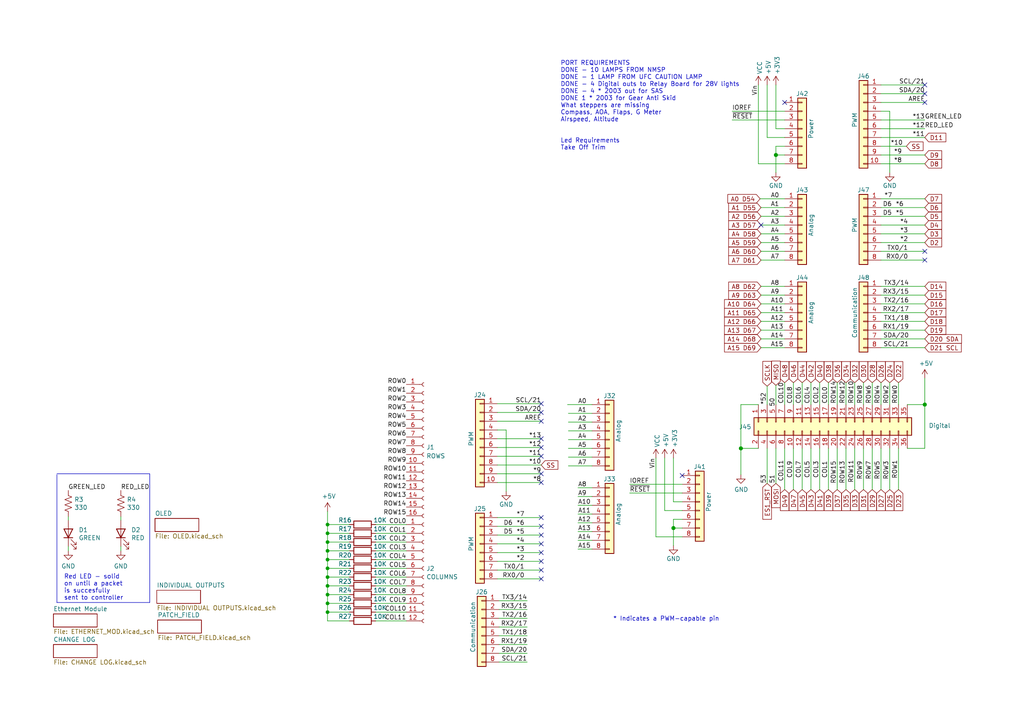
<source format=kicad_sch>
(kicad_sch (version 20231120) (generator "eeschema") (generator_version "8.0")
  (paper "A4")
  (title_block (date "mar. 31 mars 2015"))
  (lib_symbols
    (symbol "Connector:Conn_01x12_Socket" (pin_names (offset 1.016) hide)
      (property "Reference" "J" (at 0 15.24 0))
      (property "Value" "Conn_01x12_Socket" (at 0 -17.78 0))
      (symbol "Conn_01x12_Socket_1_1"
        (pin passive line (at -5.08 12.7 0) (length 3.81) (name "Pin_1") (number "1"))
        (pin passive line (at -5.08 -10.16 0) (length 3.81) (name "Pin_10") (number "10"))
        (pin passive line (at -5.08 -12.7 0) (length 3.81) (name "Pin_11") (number "11"))
        (pin passive line (at -5.08 -15.24 0) (length 3.81) (name "Pin_12") (number "12"))
        (pin passive line (at -5.08 10.16 0) (length 3.81) (name "Pin_2") (number "2"))
        (pin passive line (at -5.08 7.62 0) (length 3.81) (name "Pin_3") (number "3"))
        (pin passive line (at -5.08 5.08 0) (length 3.81) (name "Pin_4") (number "4"))
        (pin passive line (at -5.08 2.54 0) (length 3.81) (name "Pin_5") (number "5"))
        (pin passive line (at -5.08 0 0) (length 3.81) (name "Pin_6") (number "6"))
        (pin passive line (at -5.08 -2.54 0) (length 3.81) (name "Pin_7") (number "7"))
        (pin passive line (at -5.08 -5.08 0) (length 3.81) (name "Pin_8") (number "8"))
        (pin passive line (at -5.08 -7.62 0) (length 3.81) (name "Pin_9") (number "9"))
      )
    )
    (symbol "Connector:Conn_01x16_Female" (pin_names (offset 1.016) hide)
      (property "Reference" "J" (at 0 20.32 0))
      (property "Value" "Conn_01x16_Female" (at 0 -22.86 0))
      (symbol "Conn_01x16_Female_1_1"
        (pin passive line (at -5.08 17.78 0) (length 3.81) (name "Pin_1") (number "1"))
        (pin passive line (at -5.08 -5.08 0) (length 3.81) (name "Pin_10") (number "10"))
        (pin passive line (at -5.08 -7.62 0) (length 3.81) (name "Pin_11") (number "11"))
        (pin passive line (at -5.08 -10.16 0) (length 3.81) (name "Pin_12") (number "12"))
        (pin passive line (at -5.08 -12.7 0) (length 3.81) (name "Pin_13") (number "13"))
        (pin passive line (at -5.08 -15.24 0) (length 3.81) (name "Pin_14") (number "14"))
        (pin passive line (at -5.08 -17.78 0) (length 3.81) (name "Pin_15") (number "15"))
        (pin passive line (at -5.08 -20.32 0) (length 3.81) (name "Pin_16") (number "16"))
        (pin passive line (at -5.08 15.24 0) (length 3.81) (name "Pin_2") (number "2"))
        (pin passive line (at -5.08 12.7 0) (length 3.81) (name "Pin_3") (number "3"))
        (pin passive line (at -5.08 10.16 0) (length 3.81) (name "Pin_4") (number "4"))
        (pin passive line (at -5.08 7.62 0) (length 3.81) (name "Pin_5") (number "5"))
        (pin passive line (at -5.08 5.08 0) (length 3.81) (name "Pin_6") (number "6"))
        (pin passive line (at -5.08 2.54 0) (length 3.81) (name "Pin_7") (number "7"))
        (pin passive line (at -5.08 0 0) (length 3.81) (name "Pin_8") (number "8"))
        (pin passive line (at -5.08 -2.54 0) (length 3.81) (name "Pin_9") (number "9"))
      )
    )
    (symbol "Connector_Generic:Conn_01x08" (pin_names (offset 1.016) hide)
      (property "Reference" "J" (at 0 10.16 0))
      (property "Value" "Conn_01x08" (at 0 -12.7 0))
      (symbol "Conn_01x08_1_1"
        (pin passive line (at -5.08 7.62 0) (length 3.81) (name "Pin_1") (number "1"))
        (pin passive line (at -5.08 5.08 0) (length 3.81) (name "Pin_2") (number "2"))
        (pin passive line (at -5.08 2.54 0) (length 3.81) (name "Pin_3") (number "3"))
        (pin passive line (at -5.08 0 0) (length 3.81) (name "Pin_4") (number "4"))
        (pin passive line (at -5.08 -2.54 0) (length 3.81) (name "Pin_5") (number "5"))
        (pin passive line (at -5.08 -5.08 0) (length 3.81) (name "Pin_6") (number "6"))
        (pin passive line (at -5.08 -7.62 0) (length 3.81) (name "Pin_7") (number "7"))
        (pin passive line (at -5.08 -10.16 0) (length 3.81) (name "Pin_8") (number "8"))
      )
    )
    (symbol "Connector_Generic:Conn_01x10" (pin_names (offset 1.016) hide)
      (property "Reference" "J" (at 0 12.7 0))
      (property "Value" "Conn_01x10" (at 0 -15.24 0))
      (symbol "Conn_01x10_1_1"
        (pin passive line (at -5.08 10.16 0) (length 3.81) (name "Pin_1") (number "1"))
        (pin passive line (at -5.08 -12.7 0) (length 3.81) (name "Pin_10") (number "10"))
        (pin passive line (at -5.08 7.62 0) (length 3.81) (name "Pin_2") (number "2"))
        (pin passive line (at -5.08 5.08 0) (length 3.81) (name "Pin_3") (number "3"))
        (pin passive line (at -5.08 2.54 0) (length 3.81) (name "Pin_4") (number "4"))
        (pin passive line (at -5.08 0 0) (length 3.81) (name "Pin_5") (number "5"))
        (pin passive line (at -5.08 -2.54 0) (length 3.81) (name "Pin_6") (number "6"))
        (pin passive line (at -5.08 -5.08 0) (length 3.81) (name "Pin_7") (number "7"))
        (pin passive line (at -5.08 -7.62 0) (length 3.81) (name "Pin_8") (number "8"))
        (pin passive line (at -5.08 -10.16 0) (length 3.81) (name "Pin_9") (number "9"))
      )
    )
    (symbol "Connector_Generic:Conn_02x18_Odd_Even" (pin_names (offset 1.016) hide)
      (property "Reference" "J" (at 1.27 22.86 0))
      (property "Value" "Conn_02x18_Odd_Even" (at 1.27 -25.4 0))
      (symbol "Conn_02x18_Odd_Even_1_1"
        (pin passive line (at -5.08 20.32 0) (length 3.81) (name "Pin_1") (number "1"))
        (pin passive line (at 7.62 10.16 180) (length 3.81) (name "Pin_10") (number "10"))
        (pin passive line (at -5.08 7.62 0) (length 3.81) (name "Pin_11") (number "11"))
        (pin passive line (at 7.62 7.62 180) (length 3.81) (name "Pin_12") (number "12"))
        (pin passive line (at -5.08 5.08 0) (length 3.81) (name "Pin_13") (number "13"))
        (pin passive line (at 7.62 5.08 180) (length 3.81) (name "Pin_14") (number "14"))
        (pin passive line (at -5.08 2.54 0) (length 3.81) (name "Pin_15") (number "15"))
        (pin passive line (at 7.62 2.54 180) (length 3.81) (name "Pin_16") (number "16"))
        (pin passive line (at -5.08 0 0) (length 3.81) (name "Pin_17") (number "17"))
        (pin passive line (at 7.62 0 180) (length 3.81) (name "Pin_18") (number "18"))
        (pin passive line (at -5.08 -2.54 0) (length 3.81) (name "Pin_19") (number "19"))
        (pin passive line (at 7.62 20.32 180) (length 3.81) (name "Pin_2") (number "2"))
        (pin passive line (at 7.62 -2.54 180) (length 3.81) (name "Pin_20") (number "20"))
        (pin passive line (at -5.08 -5.08 0) (length 3.81) (name "Pin_21") (number "21"))
        (pin passive line (at 7.62 -5.08 180) (length 3.81) (name "Pin_22") (number "22"))
        (pin passive line (at -5.08 -7.62 0) (length 3.81) (name "Pin_23") (number "23"))
        (pin passive line (at 7.62 -7.62 180) (length 3.81) (name "Pin_24") (number "24"))
        (pin passive line (at -5.08 -10.16 0) (length 3.81) (name "Pin_25") (number "25"))
        (pin passive line (at 7.62 -10.16 180) (length 3.81) (name "Pin_26") (number "26"))
        (pin passive line (at -5.08 -12.7 0) (length 3.81) (name "Pin_27") (number "27"))
        (pin passive line (at 7.62 -12.7 180) (length 3.81) (name "Pin_28") (number "28"))
        (pin passive line (at -5.08 -15.24 0) (length 3.81) (name "Pin_29") (number "29"))
        (pin passive line (at -5.08 17.78 0) (length 3.81) (name "Pin_3") (number "3"))
        (pin passive line (at 7.62 -15.24 180) (length 3.81) (name "Pin_30") (number "30"))
        (pin passive line (at -5.08 -17.78 0) (length 3.81) (name "Pin_31") (number "31"))
        (pin passive line (at 7.62 -17.78 180) (length 3.81) (name "Pin_32") (number "32"))
        (pin passive line (at -5.08 -20.32 0) (length 3.81) (name "Pin_33") (number "33"))
        (pin passive line (at 7.62 -20.32 180) (length 3.81) (name "Pin_34") (number "34"))
        (pin passive line (at -5.08 -22.86 0) (length 3.81) (name "Pin_35") (number "35"))
        (pin passive line (at 7.62 -22.86 180) (length 3.81) (name "Pin_36") (number "36"))
        (pin passive line (at 7.62 17.78 180) (length 3.81) (name "Pin_4") (number "4"))
        (pin passive line (at -5.08 15.24 0) (length 3.81) (name "Pin_5") (number "5"))
        (pin passive line (at 7.62 15.24 180) (length 3.81) (name "Pin_6") (number "6"))
        (pin passive line (at -5.08 12.7 0) (length 3.81) (name "Pin_7") (number "7"))
        (pin passive line (at 7.62 12.7 180) (length 3.81) (name "Pin_8") (number "8"))
        (pin passive line (at -5.08 10.16 0) (length 3.81) (name "Pin_9") (number "9"))
      )
    )
    (symbol "Device:LED" (pin_numbers hide) (pin_names (offset 1.016) hide)
      (property "Reference" "D" (at 0 2.54 0))
      (property "Value" "LED" (at 0 -2.54 0))
      (symbol "LED_1_1"
        (pin passive line (at -3.81 0 0) (length 2.54) (name "K") (number "1"))
        (pin passive line (at 3.81 0 180) (length 2.54) (name "A") (number "2"))
      )
    )
    (symbol "Device:R" (pin_numbers hide) (pin_names (offset 0))
      (property "Reference" "R" (at 2.032 0 90))
      (property "Value" "R" (at 0 0 90))
      (symbol "R_1_1"
        (pin passive line (at 0 3.81 270) (length 1.27) (name "~") (number "1"))
        (pin passive line (at 0 -3.81 90) (length 1.27) (name "~") (number "2"))
      )
    )
    (symbol "Device:R_US" (pin_numbers hide) (pin_names (offset 0))
      (property "Reference" "R" (at 2.54 0 90))
      (property "Value" "R_US" (at -2.54 0 90))
      (symbol "R_US_1_1"
        (pin passive line (at 0 3.81 270) (length 1.27) (name "~") (number "1"))
        (pin passive line (at 0 -3.81 90) (length 1.27) (name "~") (number "2"))
      )
    )
    (symbol "power:+3V3" (power) (pin_names (offset 0))
      (property "Value" "+3V3" (at 0 3.556 0))
      (symbol "+3V3_1_1"
        (pin power_in line (at 0 0 90) (length 0) hide (name "+3V3") (number "1"))
      )
    )
    (symbol "power:+5V" (power) (pin_names (offset 0))
      (property "Value" "+5V" (at 0 3.556 0))
      (symbol "+5V_1_1"
        (pin power_in line (at 0 0 90) (length 0) hide (name "+5V") (number "1"))
      )
    )
    (symbol "power:GND" (power) (pin_names (offset 0))
      (property "Value" "GND" (at 0 -3.81 0))
      (symbol "GND_1_1"
        (pin power_in line (at 0 0 270) (length 0) hide (name "GND") (number "1"))
      )
    )
    (symbol "power:VCC" (power) (pin_names (offset 0))
      (property "Value" "VCC" (at 0 3.81 0))
      (symbol "VCC_1_1"
        (pin power_in line (at 0 0 90) (length 0) hide (name "VCC") (number "1"))
      )
    )
  )
  (junction (at 94.996 164.846))
  (junction (at 94.996 157.226))
  (junction (at 94.996 172.466))
  (junction (at 214.884 130.048) (diameter 1.016))
  (junction (at 225.044 44.958) (diameter 1.016))
  (junction (at 94.996 167.386))
  (junction (at 94.996 177.546))
  (junction (at 94.996 152.146))
  (junction (at 94.996 159.766))
  (junction (at 94.996 154.686))
  (junction (at 94.996 169.926))
  (junction (at 94.996 175.006))
  (junction (at 94.996 162.306))
  (junction (at 195.326 153.162) (diameter 1.016))
  (junction (at 268.224 117.348) (diameter 1.016))
  (no_connect (at 156.972 167.894))
  (no_connect (at 156.972 162.814))
  (no_connect (at 156.972 117.094))
  (no_connect (at 156.972 165.354))
  (no_connect (at 156.972 129.794))
  (no_connect (at 156.972 122.174))
  (no_connect (at 156.972 132.334))
  (no_connect (at 156.972 139.954))
  (no_connect (at 156.972 152.654))
  (no_connect (at 156.972 119.634))
  (no_connect (at 156.972 137.414))
  (no_connect (at 156.972 150.114))
  (no_connect (at 197.866 137.922))
  (no_connect (at 156.972 160.274))
  (no_connect (at 220.726 65.278))
  (no_connect (at 156.972 155.194))
  (no_connect (at 156.972 127.254))
  (no_connect (at 227.584 29.718))
  (no_connect (at 268.224 29.718))
  (no_connect (at 268.224 27.178))
  (no_connect (at 268.224 24.638))
  (no_connect (at 268.224 72.898))
  (no_connect (at 268.224 75.438))
  (no_connect (at 156.972 157.734))
  (wire (pts (xy 108.966 175.006) (xy 117.856 175.006)))
  (wire (pts (xy 255.524 75.438) (xy 268.224 75.438)))
  (wire (pts (xy 255.524 42.418) (xy 262.89 42.418)))
  (wire (pts (xy 220.472 57.658) (xy 227.584 57.658)))
  (polyline (pts (xy 43.434 174.752) (xy 43.434 137.414)))
  (wire (pts (xy 94.996 175.006) (xy 94.996 177.546)))
  (wire (pts (xy 144.272 167.894) (xy 156.972 167.894)))
  (wire (pts (xy 101.346 169.926) (xy 94.996 169.926)))
  (wire (pts (xy 220.726 62.738) (xy 227.584 62.738)))
  (wire (pts (xy 190.246 155.702) (xy 190.246 132.842)))
  (wire (pts (xy 237.744 110.998) (xy 237.744 117.348)))
  (wire (pts (xy 220.726 83.058) (xy 227.584 83.058)))
  (wire (pts (xy 255.524 24.638) (xy 268.224 24.638)))
  (polyline (pts (xy 16.51 137.414) (xy 43.434 137.414)))
  (wire (pts (xy 220.726 100.838) (xy 227.584 100.838)))
  (wire (pts (xy 146.812 124.714) (xy 146.812 142.494)))
  (wire (pts (xy 144.272 160.274) (xy 156.972 160.274)))
  (wire (pts (xy 268.224 117.348) (xy 268.224 130.048)))
  (wire (pts (xy 101.346 152.146) (xy 94.996 152.146)))
  (wire (pts (xy 309.372 70.358) (xy 315.468 70.358)))
  (wire (pts (xy 219.964 117.348) (xy 214.884 117.348)))
  (wire (pts (xy 220.726 90.678) (xy 227.584 90.678)))
  (wire (pts (xy 164.846 130.048) (xy 171.704 130.048)))
  (wire (pts (xy 245.364 110.998) (xy 245.364 117.348)))
  (wire (pts (xy 255.524 88.138) (xy 268.224 88.138)))
  (wire (pts (xy 225.044 42.418) (xy 225.044 44.958)))
  (wire (pts (xy 220.726 75.438) (xy 227.584 75.438)))
  (wire (pts (xy 101.346 157.226) (xy 94.996 157.226)))
  (wire (pts (xy 242.824 130.048) (xy 242.824 141.986)))
  (wire (pts (xy 232.664 110.998) (xy 232.664 117.348)))
  (wire (pts (xy 164.846 135.128) (xy 171.704 135.128)))
  (wire (pts (xy 108.966 164.846) (xy 117.856 164.846)))
  (wire (pts (xy 197.866 155.702) (xy 190.246 155.702)))
  (wire (pts (xy 94.996 180.086) (xy 101.346 180.086)))
  (wire (pts (xy 225.044 111.76) (xy 225.044 117.348)))
  (wire (pts (xy 94.996 177.546) (xy 101.346 177.546)))
  (wire (pts (xy 144.272 132.334) (xy 156.972 132.334)))
  (wire (pts (xy 94.996 177.546) (xy 94.996 180.086)))
  (wire (pts (xy 108.966 154.686) (xy 117.856 154.686)))
  (wire (pts (xy 101.346 162.306) (xy 94.996 162.306)))
  (wire (pts (xy 225.044 44.958) (xy 225.044 50.038)))
  (wire (pts (xy 167.64 154.178) (xy 171.704 154.178)))
  (wire (pts (xy 255.524 130.048) (xy 255.524 141.986)))
  (wire (pts (xy 182.626 140.462) (xy 197.866 140.462)))
  (wire (pts (xy 225.044 37.338) (xy 227.584 37.338)))
  (wire (pts (xy 144.272 137.414) (xy 156.972 137.414)))
  (wire (pts (xy 240.284 130.048) (xy 240.284 141.986)))
  (wire (pts (xy 182.626 143.002) (xy 197.866 143.002)))
  (wire (pts (xy 222.504 39.878) (xy 227.584 39.878)))
  (wire (pts (xy 245.364 130.048) (xy 245.364 141.986)))
  (wire (pts (xy 19.812 149.86) (xy 19.812 150.876)))
  (wire (pts (xy 222.504 24.638) (xy 222.504 39.878)))
  (wire (pts (xy 230.124 130.048) (xy 230.124 141.986)))
  (polyline (pts (xy 16.51 137.668) (xy 16.51 174.752)))
  (wire (pts (xy 252.984 130.048) (xy 252.984 141.986)))
  (wire (pts (xy 94.996 148.336) (xy 94.996 152.146)))
  (wire (pts (xy 220.726 72.898) (xy 227.584 72.898)))
  (wire (pts (xy 144.272 152.654) (xy 156.972 152.654)))
  (wire (pts (xy 108.966 180.086) (xy 117.856 180.086)))
  (wire (pts (xy 255.524 34.798) (xy 268.224 34.798)))
  (wire (pts (xy 220.726 98.298) (xy 227.584 98.298)))
  (wire (pts (xy 108.966 157.226) (xy 117.856 157.226)))
  (wire (pts (xy 225.044 24.638) (xy 225.044 37.338)))
  (wire (pts (xy 220.726 88.138) (xy 227.584 88.138)))
  (wire (pts (xy 255.524 57.658) (xy 268.224 57.658)))
  (wire (pts (xy 255.524 37.338) (xy 268.224 37.338)))
  (wire (pts (xy 255.524 60.198) (xy 268.224 60.198)))
  (wire (pts (xy 144.78 174.244) (xy 152.908 174.244)))
  (wire (pts (xy 144.272 119.634) (xy 156.972 119.634)))
  (wire (pts (xy 167.64 144.018) (xy 171.704 144.018)))
  (wire (pts (xy 255.524 90.678) (xy 268.224 90.678)))
  (wire (pts (xy 164.846 122.428) (xy 171.704 122.428)))
  (wire (pts (xy 192.786 132.842) (xy 192.786 148.082)))
  (wire (pts (xy 195.326 132.842) (xy 195.326 145.542)))
  (wire (pts (xy 255.524 95.758) (xy 268.224 95.758)))
  (wire (pts (xy 195.326 150.622) (xy 195.326 153.162)))
  (wire (pts (xy 144.78 179.324) (xy 152.908 179.324)))
  (wire (pts (xy 164.846 127.508) (xy 171.704 127.508)))
  (wire (pts (xy 167.64 149.098) (xy 171.704 149.098)))
  (wire (pts (xy 144.272 124.714) (xy 146.812 124.714)))
  (wire (pts (xy 214.884 117.348) (xy 214.884 130.048)))
  (wire (pts (xy 101.346 175.006) (xy 94.996 175.006)))
  (wire (pts (xy 101.346 172.466) (xy 94.996 172.466)))
  (wire (pts (xy 219.964 130.048) (xy 214.884 130.048)))
  (wire (pts (xy 101.346 154.686) (xy 94.996 154.686)))
  (wire (pts (xy 255.524 44.958) (xy 268.224 44.958)))
  (wire (pts (xy 108.966 162.306) (xy 117.856 162.306)))
  (wire (pts (xy 144.272 165.354) (xy 156.972 165.354)))
  (wire (pts (xy 220.726 67.818) (xy 227.584 67.818)))
  (wire (pts (xy 144.272 157.734) (xy 156.972 157.734)))
  (wire (pts (xy 235.204 110.998) (xy 235.204 117.348)))
  (wire (pts (xy 108.966 172.466) (xy 117.856 172.466)))
  (wire (pts (xy 250.444 130.048) (xy 250.444 141.986)))
  (wire (pts (xy 255.524 65.278) (xy 268.224 65.278)))
  (wire (pts (xy 101.346 159.766) (xy 94.996 159.766)))
  (wire (pts (xy 242.824 110.998) (xy 242.824 117.348)))
  (wire (pts (xy 237.744 130.048) (xy 237.744 141.986)))
  (wire (pts (xy 144.272 129.794) (xy 156.972 129.794)))
  (wire (pts (xy 227.584 130.048) (xy 227.584 141.986)))
  (wire (pts (xy 220.726 70.358) (xy 227.584 70.358)))
  (wire (pts (xy 195.326 153.162) (xy 195.326 158.242)))
  (wire (pts (xy 212.344 32.258) (xy 227.584 32.258)))
  (wire (pts (xy 144.78 176.784) (xy 152.908 176.784)))
  (wire (pts (xy 94.996 172.466) (xy 94.996 175.006)))
  (wire (pts (xy 197.866 150.622) (xy 195.326 150.622)))
  (wire (pts (xy 167.64 156.718) (xy 171.704 156.718)))
  (wire (pts (xy 255.524 85.598) (xy 268.224 85.598)))
  (wire (pts (xy 268.224 109.728) (xy 268.224 117.348)))
  (wire (pts (xy 35.052 158.496) (xy 35.052 159.766)))
  (wire (pts (xy 258.064 32.258) (xy 258.064 50.038)))
  (wire (pts (xy 144.272 162.814) (xy 156.972 162.814)))
  (wire (pts (xy 94.996 169.926) (xy 94.996 172.466)))
  (wire (pts (xy 255.524 100.838) (xy 268.224 100.838)))
  (wire (pts (xy 167.64 159.258) (xy 171.704 159.258)))
  (wire (pts (xy 144.78 192.024) (xy 152.908 192.024)))
  (wire (pts (xy 255.524 29.718) (xy 268.224 29.718)))
  (wire (pts (xy 167.64 141.478) (xy 171.704 141.478)))
  (wire (pts (xy 263.144 117.348) (xy 268.224 117.348)))
  (wire (pts (xy 260.604 110.998) (xy 260.604 117.348)))
  (wire (pts (xy 255.524 93.218) (xy 268.224 93.218)))
  (wire (pts (xy 220.726 65.278) (xy 227.584 65.278)))
  (wire (pts (xy 35.052 149.86) (xy 35.052 150.876)))
  (wire (pts (xy 144.78 186.944) (xy 152.908 186.944)))
  (wire (pts (xy 220.726 95.758) (xy 227.584 95.758)))
  (wire (pts (xy 167.64 151.638) (xy 171.704 151.638)))
  (wire (pts (xy 212.344 34.798) (xy 227.584 34.798)))
  (wire (pts (xy 108.966 167.386) (xy 117.856 167.386)))
  (wire (pts (xy 227.584 44.958) (xy 225.044 44.958)))
  (wire (pts (xy 164.592 117.348) (xy 171.704 117.348)))
  (wire (pts (xy 258.064 110.998) (xy 258.064 117.348)))
  (wire (pts (xy 94.996 164.846) (xy 94.996 167.386)))
  (wire (pts (xy 144.272 155.194) (xy 156.972 155.194)))
  (wire (pts (xy 315.468 95.758) (xy 309.88 95.758)))
  (wire (pts (xy 195.326 145.542) (xy 197.866 145.542)))
  (wire (pts (xy 250.444 110.998) (xy 250.444 117.348)))
  (polyline (pts (xy 16.51 174.752) (xy 43.434 174.752)))
  (wire (pts (xy 315.468 88.138) (xy 309.88 88.138)))
  (wire (pts (xy 144.272 150.114) (xy 156.972 150.114)))
  (wire (pts (xy 220.726 60.198) (xy 227.584 60.198)))
  (wire (pts (xy 255.524 110.998) (xy 255.524 117.348)))
  (wire (pts (xy 227.584 47.498) (xy 219.964 47.498)))
  (wire (pts (xy 222.504 112.014) (xy 222.504 117.348)))
  (wire (pts (xy 220.726 85.598) (xy 227.584 85.598)))
  (wire (pts (xy 230.124 110.998) (xy 230.124 117.348)))
  (wire (pts (xy 225.044 130.048) (xy 225.044 140.208)))
  (wire (pts (xy 247.904 110.998) (xy 247.904 117.348)))
  (wire (pts (xy 255.524 83.058) (xy 268.224 83.058)))
  (wire (pts (xy 247.904 130.048) (xy 247.904 141.986)))
  (wire (pts (xy 164.846 132.588) (xy 171.704 132.588)))
  (wire (pts (xy 144.78 181.864) (xy 152.908 181.864)))
  (wire (pts (xy 144.272 127.254) (xy 156.972 127.254)))
  (wire (pts (xy 222.504 130.048) (xy 222.504 140.208)))
  (wire (pts (xy 255.524 32.258) (xy 258.064 32.258)))
  (wire (pts (xy 232.664 130.048) (xy 232.664 141.986)))
  (wire (pts (xy 220.726 93.218) (xy 227.584 93.218)))
  (wire (pts (xy 227.584 42.418) (xy 225.044 42.418)))
  (wire (pts (xy 144.272 117.094) (xy 156.972 117.094)))
  (wire (pts (xy 144.78 184.404) (xy 152.908 184.404)))
  (wire (pts (xy 94.996 157.226) (xy 94.996 159.766)))
  (wire (pts (xy 101.346 164.846) (xy 94.996 164.846)))
  (wire (pts (xy 315.468 93.218) (xy 309.88 93.218)))
  (wire (pts (xy 255.524 39.878) (xy 268.224 39.878)))
  (wire (pts (xy 315.468 100.838) (xy 309.88 100.838)))
  (wire (pts (xy 94.996 167.386) (xy 94.996 169.926)))
  (wire (pts (xy 197.866 153.162) (xy 195.326 153.162)))
  (wire (pts (xy 144.272 139.954) (xy 156.972 139.954)))
  (wire (pts (xy 108.966 159.766) (xy 117.856 159.766)))
  (wire (pts (xy 255.524 62.738) (xy 268.224 62.738)))
  (wire (pts (xy 144.78 189.484) (xy 152.908 189.484)))
  (wire (pts (xy 94.996 152.146) (xy 94.996 154.686)))
  (wire (pts (xy 164.846 124.968) (xy 171.704 124.968)))
  (wire (pts (xy 255.524 98.298) (xy 268.224 98.298)))
  (wire (pts (xy 268.224 130.048) (xy 263.144 130.048)))
  (wire (pts (xy 227.584 110.998) (xy 227.584 117.348)))
  (wire (pts (xy 315.468 90.678) (xy 309.88 90.678)))
  (wire (pts (xy 94.996 162.306) (xy 94.996 164.846)))
  (wire (pts (xy 260.604 130.048) (xy 260.604 141.986)))
  (wire (pts (xy 255.524 27.178) (xy 268.224 27.178)))
  (wire (pts (xy 258.064 130.048) (xy 258.064 141.986)))
  (wire (pts (xy 255.524 70.358) (xy 268.224 70.358)))
  (wire (pts (xy 252.984 110.998) (xy 252.984 117.348)))
  (wire (pts (xy 108.966 177.546) (xy 117.856 177.546)))
  (wire (pts (xy 255.524 67.818) (xy 268.224 67.818)))
  (wire (pts (xy 164.846 119.888) (xy 171.704 119.888)))
  (wire (pts (xy 108.966 152.146) (xy 117.856 152.146)))
  (wire (pts (xy 235.204 130.048) (xy 235.204 141.986)))
  (wire (pts (xy 94.996 154.686) (xy 94.996 157.226)))
  (wire (pts (xy 167.64 146.558) (xy 171.704 146.558)))
  (wire (pts (xy 255.524 72.898) (xy 268.224 72.898)))
  (wire (pts (xy 144.272 122.174) (xy 156.972 122.174)))
  (wire (pts (xy 219.964 47.498) (xy 219.964 24.638)))
  (wire (pts (xy 214.884 130.048) (xy 214.884 137.668)))
  (wire (pts (xy 144.272 134.874) (xy 156.972 134.874)))
  (wire (pts (xy 192.786 148.082) (xy 197.866 148.082)))
  (wire (pts (xy 19.812 158.496) (xy 19.812 159.766)))
  (wire (pts (xy 240.284 110.998) (xy 240.284 117.348)))
  (wire (pts (xy 94.996 159.766) (xy 94.996 162.306)))
  (wire (pts (xy 315.468 98.298) (xy 309.88 98.298)))
  (wire (pts (xy 108.966 169.926) (xy 117.856 169.926)))
  (wire (pts (xy 255.524 47.498) (xy 268.224 47.498)))
  (wire (pts (xy 101.346 167.386) (xy 94.996 167.386)))
  (text "Red LED - solid\non until a packet\nis succesfully \nsent to controller" (at 18.542 174.244 0) (effects (font (size 1.27 1.27)) (justify left bottom)))
  (text "* Indicates a PWM-capable pin" (at 177.8 180.34 0) (effects (font (size 1.27 1.27)) (justify left bottom)))
  (text "PORT REQUIREMENTS\nDONE - 10 LAMPS FROM NMSP\nDONE - 1 LAMP FROM UFC CAUTION LAMP\nDONE - 4 Digital outs to Relay Board for 28V lights\nDONE - 4 * 2003 out for SAS\nDONE 1 * 2003 for Gear Anti Skid\nWhat steppers are missing\nCompass, AOA, Flaps, G Meter\nAirspeed, Altitude\n\n\nLed Requirements \nTake Off Trim\n" (at 162.56 43.688 0) (effects (font (size 1.27 1.27)) (justify left bottom)))
  (label "A10" (at 223.52 88.138 0))
  (label "*6" (at 152.146 152.654 180))
  (label "RX0{slash}0" (at 263.398 75.438 180))
  (label "A15" (at 223.52 100.838 0))
  (label "D6" (at 146.05 152.654 0))
  (label "A2" (at 223.52 62.738 0))
  (label "RX2{slash}17" (at 263.652 90.678 180))
  (label "ROW10" (at 117.856 136.906 180))
  (label "A10" (at 167.64 146.558 0))
  (label "*4" (at 263.398 65.278 180))
  (label "*8" (at 156.972 139.954 180))
  (label "D5" (at 256.032 62.738 0))
  (label "A9" (at 167.64 144.018 0))
  (label "ROW10" (at 247.904 117.094 90))
  (label "RX3{slash}15" (at 152.908 176.784 180))
  (label "ROW15" (at 242.824 133.604 270))
  (label "SDA{slash}20" (at 263.652 98.298 180))
  (label "ROW14" (at 242.824 117.094 90))
  (label "COL2" (at 237.744 117.094 90))
  (label "RX1{slash}19" (at 152.908 186.944 180))
  (label "*2" (at 152.146 162.814 180))
  (label "*2" (at 263.398 70.358 180))
  (label "Vin" (at 190.246 132.842 270))
  (label "*13" (at 156.972 127.254 180))
  (label "TX1{slash}18" (at 263.652 93.218 180))
  (label "ROW7" (at 117.856 129.286 180))
  (label "A4" (at 167.64 127.508 0))
  (label "A3" (at 223.52 65.278 0))
  (label "*5" (at 152.146 155.194 180))
  (label "*13" (at 268.224 34.798 180))
  (label "GREEN_LED" (at 268.224 34.798 0))
  (label "ROW11" (at 117.856 139.446 180))
  (label "ROW9" (at 250.444 133.604 270))
  (label "*52" (at 222.504 113.792 270))
  (label "*12" (at 268.224 37.338 180))
  (label "*10" (at 156.972 134.874 180))
  (label "RED_LED" (at 35.052 142.24 0))
  (label "~{RESET}" (at 212.344 34.798 0))
  (label "D6" (at 256.032 60.198 0))
  (label "COL10" (at 117.856 177.546 180))
  (label "ROW11" (at 247.904 133.35 270))
  (label "A5" (at 167.64 130.048 0))
  (label "ROW8" (at 250.444 117.094 90))
  (label "COL8" (at 230.124 117.094 90))
  (label "COL5" (at 235.204 133.604 270))
  (label "*10" (at 261.874 42.418 180))
  (label "COL6" (at 117.856 167.386 180))
  (label "COL11" (at 117.856 180.086 180))
  (label "ROW5" (at 255.524 133.604 270))
  (label "*4" (at 152.146 157.734 180))
  (label "D5" (at 146.05 155.194 0))
  (label "ROW4" (at 117.856 121.666 180))
  (label "ROW3" (at 258.064 133.604 270))
  (label "*12" (at 156.972 129.794 180))
  (label "A1" (at 167.64 119.888 0))
  (label "ROW5" (at 117.856 124.206 180))
  (label "TX3{slash}14" (at 152.908 174.244 180))
  (label "*9" (at 156.972 137.414 180))
  (label "COL7" (at 232.664 133.604 270))
  (label "A15" (at 167.64 159.258 0))
  (label "A0" (at 167.64 117.348 0))
  (label "SCL{slash}21" (at 152.908 192.024 180))
  (label "A13" (at 223.52 95.758 0))
  (label "SDA{slash}20" (at 156.972 119.634 180))
  (label "ROW9" (at 117.856 134.366 180))
  (label "ROW12" (at 117.856 141.986 180))
  (label "A12" (at 167.64 151.638 0))
  (label "51" (at 225.044 140.208 90))
  (label "COL7" (at 117.856 169.926 180))
  (label "*7" (at 258.826 57.658 180))
  (label "SDA{slash}20" (at 268.224 27.178 180))
  (label "ROW2" (at 258.064 117.094 90))
  (label "*8" (at 261.62 47.498 180))
  (label "COL5" (at 117.856 164.846 180))
  (label "RX2{slash}17" (at 152.908 181.864 180))
  (label "ROW13" (at 117.856 144.526 180))
  (label "A9" (at 223.52 85.598 0))
  (label "COL1" (at 240.284 133.604 270))
  (label "ROW3" (at 117.856 119.126 180))
  (label "ROW14" (at 117.856 147.066 180))
  (label "RX0{slash}0" (at 152.146 167.894 180))
  (label "*11" (at 268.224 39.878 180))
  (label "ROW15" (at 117.856 149.606 180))
  (label "COL2" (at 117.856 157.226 180))
  (label "*3" (at 263.398 67.818 180))
  (label "ROW4" (at 255.524 117.094 90))
  (label "A6" (at 223.52 72.898 0))
  (label "COL3" (at 237.744 133.604 270))
  (label "ROW0" (at 117.856 111.506 180))
  (label "ROW6" (at 117.856 126.746 180))
  (label "TX1{slash}18" (at 152.908 184.404 180))
  (label "RED_LED" (at 268.224 37.338 0))
  (label "A1" (at 223.52 60.198 0))
  (label "53" (at 222.504 140.208 90))
  (label "SDA{slash}20" (at 152.908 189.484 180))
  (label "TX0{slash}1" (at 263.398 72.898 180))
  (label "AREF" (at 156.972 122.174 180))
  (label "A13" (at 167.64 154.178 0))
  (label "COL9" (at 230.124 133.604 270))
  (label "RX1{slash}19" (at 263.652 95.758 180))
  (label "IOREF" (at 182.626 140.462 0))
  (label "A0" (at 223.52 57.658 0))
  (label "AREF" (at 268.224 29.718 180))
  (label "COL3" (at 117.856 159.766 180))
  (label "A14" (at 223.52 98.298 0))
  (label "A8" (at 223.52 83.058 0))
  (label "A7" (at 167.64 135.128 0))
  (label "Vin" (at 219.964 24.638 270))
  (label "ROW0" (at 260.604 117.094 90))
  (label "A6" (at 167.64 132.588 0))
  (label "*6" (at 262.128 60.198 180))
  (label "SCL{slash}21" (at 268.224 24.638 180))
  (label "COL4" (at 235.204 117.094 90))
  (label "ROW8" (at 117.856 131.826 180))
  (label "*9" (at 261.62 44.958 180))
  (label "~{RESET}" (at 182.626 143.002 0))
  (label "ROW1" (at 117.856 114.046 180))
  (label "50" (at 225.044 115.316 270))
  (label "TX2{slash}16" (at 263.652 88.138 180))
  (label "ROW7" (at 252.984 133.604 270))
  (label "ROW12" (at 245.364 117.094 90))
  (label "TX0{slash}1" (at 152.146 165.354 180))
  (label "ROW1" (at 260.604 133.35 270))
  (label "*5" (at 262.128 62.738 180))
  (label "COL6" (at 232.664 117.094 90))
  (label "*11" (at 156.972 132.334 180))
  (label "A2" (at 167.64 122.428 0))
  (label "ROW13" (at 245.364 133.604 270))
  (label "IOREF" (at 212.344 32.258 0))
  (label "TX2{slash}16" (at 152.908 179.324 180))
  (label "*7" (at 152.146 150.114 180))
  (label "GREEN_LED" (at 19.812 142.24 0))
  (label "COL0" (at 240.284 117.094 90))
  (label "A7" (at 223.52 75.438 0))
  (label "COL1" (at 117.856 154.686 180))
  (label "A3" (at 167.64 124.968 0))
  (label "A11" (at 223.52 90.678 0))
  (label "A4" (at 223.52 67.818 0))
  (label "ROW6" (at 252.984 117.094 90))
  (label "A5" (at 223.52 70.358 0))
  (label "RX3{slash}15" (at 263.652 85.598 180))
  (label "SCL{slash}21" (at 156.972 117.094 180))
  (label "TX3{slash}14" (at 263.652 83.058 180))
  (label "COL11" (at 227.584 133.35 270))
  (label "A11" (at 167.64 149.098 0))
  (label "ROW2" (at 117.856 116.586 180))
  (label "COL0" (at 117.856 152.146 180))
  (label "A8" (at 167.64 141.478 0))
  (label "COL10" (at 227.584 117.094 90))
  (label "*3" (at 152.146 160.274 180))
  (label "COL9" (at 117.856 175.006 180))
  (label "A12" (at 223.52 93.218 0))
  (label "A14" (at 167.64 156.718 0))
  (label "COL4" (at 117.856 162.306 180))
  (label "SCL{slash}21" (at 263.652 100.838 180))
  (label "COL8" (at 117.856 172.466 180))
  (global_label "D2" (shape input) (at 309.372 70.358 180) (property "Intersheetrefs" "${INTERSHEET_REFS}" (effects (hide yes))))
  (global_label "D48" (shape input) (at 227.584 110.998 90) (property "Intersheetrefs" "${INTERSHEET_REFS}" (effects (hide yes))))
  (global_label "D33" (shape input) (at 247.904 141.986 270) (property "Intersheetrefs" "${INTERSHEET_REFS}" (effects (hide yes))))
  (global_label "D40" (shape input) (at 237.744 110.998 90) (property "Intersheetrefs" "${INTERSHEET_REFS}" (effects (hide yes))))
  (global_label "D47" (shape input) (at 230.124 141.986 270) (property "Intersheetrefs" "${INTERSHEET_REFS}" (effects (hide yes))))
  (global_label "A1 D55" (shape input) (at 220.726 60.198 180) (property "Intersheetrefs" "${INTERSHEET_REFS}" (effects (hide yes))))
  (global_label "D21 SCL" (shape input) (at 309.88 100.838 180) (property "Intersheetrefs" "${INTERSHEET_REFS}" (effects (hide yes))))
  (global_label "A15 D69" (shape input) (at 220.726 100.838 180) (property "Intersheetrefs" "${INTERSHEET_REFS}" (effects (hide yes))))
  (global_label "D28" (shape input) (at 252.984 110.998 90) (property "Intersheetrefs" "${INTERSHEET_REFS}" (effects (hide yes))))
  (global_label "D32" (shape input) (at 247.904 110.998 90) (property "Intersheetrefs" "${INTERSHEET_REFS}" (effects (hide yes))))
  (global_label "D24" (shape input) (at 258.064 110.998 90) (property "Intersheetrefs" "${INTERSHEET_REFS}" (effects (hide yes))))
  (global_label "D35" (shape input) (at 245.364 141.986 270) (property "Intersheetrefs" "${INTERSHEET_REFS}" (effects (hide yes))))
  (global_label "A2 D56" (shape input) (at 220.726 62.738 180) (property "Intersheetrefs" "${INTERSHEET_REFS}" (effects (hide yes))))
  (global_label "SS" (shape input) (at 156.972 134.874 0) (property "Intersheetrefs" "${INTERSHEET_REFS}" (effects (hide yes))))
  (global_label "D3" (shape input) (at 268.224 67.818 0) (property "Intersheetrefs" "${INTERSHEET_REFS}" (effects (hide yes))))
  (global_label "D16" (shape input) (at 309.88 88.138 180) (property "Intersheetrefs" "${INTERSHEET_REFS}" (effects (hide yes))))
  (global_label "I2C_SEL_A2" (shape input) (at 315.468 95.758 0) (property "Intersheetrefs" "${INTERSHEET_REFS}" (effects (hide yes))))
  (global_label "SS" (shape input) (at 262.89 42.418 0) (property "Intersheetrefs" "${INTERSHEET_REFS}" (effects (hide yes))))
  (global_label "D17" (shape input) (at 268.224 90.678 0) (property "Intersheetrefs" "${INTERSHEET_REFS}" (effects (hide yes))))
  (global_label "D38" (shape input) (at 240.284 110.998 90) (property "Intersheetrefs" "${INTERSHEET_REFS}" (effects (hide yes))))
  (global_label "D8" (shape input) (at 268.224 47.498 0) (property "Intersheetrefs" "${INTERSHEET_REFS}" (effects (hide yes))))
  (global_label "D43" (shape input) (at 235.204 141.986 270) (property "Intersheetrefs" "${INTERSHEET_REFS}" (effects (hide yes))))
  (global_label "A14 D68" (shape input) (at 220.726 98.298 180) (property "Intersheetrefs" "${INTERSHEET_REFS}" (effects (hide yes))))
  (global_label "I2C_SEL_RESET" (shape input) (at 315.468 88.138 0) (property "Intersheetrefs" "${INTERSHEET_REFS}" (effects (hide yes))))
  (global_label "D26" (shape input) (at 255.524 110.998 90) (property "Intersheetrefs" "${INTERSHEET_REFS}" (effects (hide yes))))
  (global_label "D39" (shape input) (at 240.284 141.986 270) (property "Intersheetrefs" "${INTERSHEET_REFS}" (effects (hide yes))))
  (global_label "ES1_RST" (shape input) (at 222.504 140.208 270) (property "Intersheetrefs" "${INTERSHEET_REFS}" (effects (hide yes))))
  (global_label "D45" (shape input) (at 232.664 141.986 270) (property "Intersheetrefs" "${INTERSHEET_REFS}" (effects (hide yes))))
  (global_label "D27" (shape input) (at 255.524 141.986 270) (property "Intersheetrefs" "${INTERSHEET_REFS}" (effects (hide yes))))
  (global_label "MISO" (shape input) (at 225.044 111.76 90) (property "Intersheetrefs" "${INTERSHEET_REFS}" (effects (hide yes))))
  (global_label "A10 D64" (shape input) (at 220.726 88.138 180) (property "Intersheetrefs" "${INTERSHEET_REFS}" (effects (hide yes))))
  (global_label "D19" (shape input) (at 268.224 95.758 0) (property "Intersheetrefs" "${INTERSHEET_REFS}" (effects (hide yes))))
  (global_label "A0 D54" (shape input) (at 220.472 57.658 180) (property "Intersheetrefs" "${INTERSHEET_REFS}" (effects (hide yes))))
  (global_label "A9 D63" (shape input) (at 220.726 85.598 180) (property "Intersheetrefs" "${INTERSHEET_REFS}" (effects (hide yes))))
  (global_label "D9" (shape input) (at 268.224 44.958 0) (property "Intersheetrefs" "${INTERSHEET_REFS}" (effects (hide yes))))
  (global_label "D5" (shape input) (at 268.224 62.738 0) (property "Intersheetrefs" "${INTERSHEET_REFS}" (effects (hide yes))))
  (global_label "A8 D62" (shape input) (at 220.726 83.058 180) (property "Intersheetrefs" "${INTERSHEET_REFS}" (effects (hide yes))))
  (global_label "D46" (shape input) (at 230.124 110.998 90) (property "Intersheetrefs" "${INTERSHEET_REFS}" (effects (hide yes))))
  (global_label "SCL" (shape input) (at 315.468 100.838 0) (property "Intersheetrefs" "${INTERSHEET_REFS}" (effects (hide yes))))
  (global_label "MOSI" (shape input) (at 225.044 140.208 270) (property "Intersheetrefs" "${INTERSHEET_REFS}" (effects (hide yes))))
  (global_label "A12 D66" (shape input) (at 220.726 93.218 180) (property "Intersheetrefs" "${INTERSHEET_REFS}" (effects (hide yes))))
  (global_label "D44" (shape input) (at 232.664 110.998 90) (property "Intersheetrefs" "${INTERSHEET_REFS}" (effects (hide yes))))
  (global_label "D25" (shape input) (at 258.064 141.986 270) (property "Intersheetrefs" "${INTERSHEET_REFS}" (effects (hide yes))))
  (global_label "D36" (shape input) (at 242.824 110.998 90) (property "Intersheetrefs" "${INTERSHEET_REFS}" (effects (hide yes))))
  (global_label "D6" (shape input) (at 268.224 60.198 0) (property "Intersheetrefs" "${INTERSHEET_REFS}" (effects (hide yes))))
  (global_label "D7" (shape input) (at 268.224 57.658 0) (property "Intersheetrefs" "${INTERSHEET_REFS}" (effects (hide yes))))
  (global_label "SCLK" (shape input) (at 222.504 112.014 90) (property "Intersheetrefs" "${INTERSHEET_REFS}" (effects (hide yes))))
  (global_label "D2" (shape input) (at 268.224 70.358 0) (property "Intersheetrefs" "${INTERSHEET_REFS}" (effects (hide yes))))
  (global_label "SDA" (shape input) (at 315.468 98.298 0) (property "Intersheetrefs" "${INTERSHEET_REFS}" (effects (hide yes))))
  (global_label "D20 SDA" (shape input) (at 309.88 98.298 180) (property "Intersheetrefs" "${INTERSHEET_REFS}" (effects (hide yes))))
  (global_label "D11" (shape input) (at 268.224 39.878 0) (property "Intersheetrefs" "${INTERSHEET_REFS}" (effects (hide yes))))
  (global_label "D29" (shape input) (at 252.984 141.986 270) (property "Intersheetrefs" "${INTERSHEET_REFS}" (effects (hide yes))))
  (global_label "D14" (shape input) (at 268.224 83.058 0) (property "Intersheetrefs" "${INTERSHEET_REFS}" (effects (hide yes))))
  (global_label "D22" (shape input) (at 260.604 110.998 90) (property "Intersheetrefs" "${INTERSHEET_REFS}" (effects (hide yes))))
  (global_label "D18" (shape input) (at 309.88 93.218 180) (property "Intersheetrefs" "${INTERSHEET_REFS}" (effects (hide yes))))
  (global_label "D16" (shape input) (at 268.224 88.138 0) (property "Intersheetrefs" "${INTERSHEET_REFS}" (effects (hide yes))))
  (global_label "D21 SCL" (shape input) (at 268.224 100.838 0) (property "Intersheetrefs" "${INTERSHEET_REFS}" (effects (hide yes))))
  (global_label "I2C_SEL_A1" (shape input) (at 315.468 93.218 0) (property "Intersheetrefs" "${INTERSHEET_REFS}" (effects (hide yes))))
  (global_label "D34" (shape input) (at 245.364 110.998 90) (property "Intersheetrefs" "${INTERSHEET_REFS}" (effects (hide yes))))
  (global_label "D20 SDA" (shape input) (at 268.224 98.298 0) (property "Intersheetrefs" "${INTERSHEET_REFS}" (effects (hide yes))))
  (global_label "D23" (shape input) (at 260.604 141.986 270) (property "Intersheetrefs" "${INTERSHEET_REFS}" (effects (hide yes))))
  (global_label "D30" (shape input) (at 250.444 110.998 90) (property "Intersheetrefs" "${INTERSHEET_REFS}" (effects (hide yes))))
  (global_label "D18" (shape input) (at 268.224 93.218 0) (property "Intersheetrefs" "${INTERSHEET_REFS}" (effects (hide yes))))
  (global_label "A3 D57" (shape input) (at 220.726 65.278 180) (property "Intersheetrefs" "${INTERSHEET_REFS}" (effects (hide yes))))
  (global_label "BACKLIGHT" (shape input) (at 315.468 70.358 0) (property "Intersheetrefs" "${INTERSHEET_REFS}" (effects (hide yes))))
  (global_label "D15" (shape input) (at 268.224 85.598 0) (property "Intersheetrefs" "${INTERSHEET_REFS}" (effects (hide yes))))
  (global_label "D31" (shape input) (at 250.444 141.986 270) (property "Intersheetrefs" "${INTERSHEET_REFS}" (effects (hide yes))))
  (global_label "A6 D60" (shape input) (at 220.726 72.898 180) (property "Intersheetrefs" "${INTERSHEET_REFS}" (effects (hide yes))))
  (global_label "D19" (shape input) (at 309.88 95.758 180) (property "Intersheetrefs" "${INTERSHEET_REFS}" (effects (hide yes))))
  (global_label "A7 D61" (shape input) (at 220.726 75.438 180) (property "Intersheetrefs" "${INTERSHEET_REFS}" (effects (hide yes))))
  (global_label "A11 D65" (shape input) (at 220.726 90.678 180) (property "Intersheetrefs" "${INTERSHEET_REFS}" (effects (hide yes))))
  (global_label "D41" (shape input) (at 237.744 141.986 270) (property "Intersheetrefs" "${INTERSHEET_REFS}" (effects (hide yes))))
  (global_label "D37" (shape input) (at 242.824 141.986 270) (property "Intersheetrefs" "${INTERSHEET_REFS}" (effects (hide yes))))
  (global_label "D49" (shape input) (at 227.584 141.986 270) (property "Intersheetrefs" "${INTERSHEET_REFS}" (effects (hide yes))))
  (global_label "D4" (shape input) (at 268.224 65.278 0) (property "Intersheetrefs" "${INTERSHEET_REFS}" (effects (hide yes))))
  (global_label "A4 D58" (shape input) (at 220.726 67.818 180) (property "Intersheetrefs" "${INTERSHEET_REFS}" (effects (hide yes))))
  (global_label "A5 D59" (shape input) (at 220.726 70.358 180) (property "Intersheetrefs" "${INTERSHEET_REFS}" (effects (hide yes))))
  (global_label "A13 D67" (shape input) (at 220.726 95.758 180) (property "Intersheetrefs" "${INTERSHEET_REFS}" (effects (hide yes))))
  (global_label "D17" (shape input) (at 309.88 90.678 180) (property "Intersheetrefs" "${INTERSHEET_REFS}" (effects (hide yes))))
  (global_label "D42" (shape input) (at 235.204 110.998 90) (property "Intersheetrefs" "${INTERSHEET_REFS}" (effects (hide yes))))
  (global_label "I2C_SEL_A0" (shape input) (at 315.468 90.678 0) (property "Intersheetrefs" "${INTERSHEET_REFS}" (effects (hide yes))))
  (symbol (lib_id "Connector_Generic:Conn_01x08") (at 232.664 37.338 0) (unit 1)
    (property "Reference" "J42" (at 232.664 27.178 0))
    (property "Value" "Power" (at 235.204 37.338 90))
    (property "Footprint" "Connector_PinSocket_2.54mm:PinSocket_1x08_P2.54mm_Vertical" (effects (hide yes)))
  )
  (symbol (lib_id "power:+3V3") (at 225.044 24.638 0) (unit 1)
    (property "Reference" "#PWR057" (effects (hide yes)))
    (property "Value" "+3V3" (at 225.425 21.59 90) (effects (justify left)))
  )
  (symbol (lib_id "power:+5V") (at 222.504 24.638 0) (unit 1)
    (property "Reference" "#PWR056" (effects (hide yes)))
    (property "Value" "+5V" (at 222.8596 21.59 90) (effects (justify left)))
  )
  (symbol (lib_id "power:GND") (at 225.044 50.038 0) (unit 1)
    (property "Reference" "#PWR058" (effects (hide yes)))
    (property "Value" "GND" (at 225.044 53.848 0))
  )
  (symbol (lib_id "Connector_Generic:Conn_01x10") (at 250.444 34.798 0) (mirror y) (unit 1)
    (property "Reference" "J46" (at 250.444 22.098 0))
    (property "Value" "PWM" (at 247.904 34.798 90))
    (property "Footprint" "Connector_PinSocket_2.54mm:PinSocket_1x10_P2.54mm_Vertical" (effects (hide yes)))
  )
  (symbol (lib_id "power:GND") (at 258.064 50.038 0) (unit 1)
    (property "Reference" "#PWR059" (effects (hide yes)))
    (property "Value" "GND" (at 258.064 53.848 0))
  )
  (symbol (lib_id "Connector_Generic:Conn_01x08") (at 232.664 65.278 0) (unit 1)
    (property "Reference" "J43" (at 232.664 55.118 0))
    (property "Value" "Analog" (at 235.204 65.278 90))
    (property "Footprint" "Connector_PinSocket_2.54mm:PinSocket_1x08_P2.54mm_Vertical" (effects (hide yes)))
  )
  (symbol (lib_id "Connector_Generic:Conn_01x08") (at 250.444 65.278 0) (mirror y) (unit 1)
    (property "Reference" "J47" (at 250.444 55.118 0))
    (property "Value" "PWM" (at 247.904 65.278 90))
    (property "Footprint" "Connector_PinSocket_2.54mm:PinSocket_1x08_P2.54mm_Vertical" (effects (hide yes)))
  )
  (symbol (lib_id "Connector_Generic:Conn_01x08") (at 232.664 90.678 0) (unit 1)
    (property "Reference" "J44" (at 232.664 80.518 0))
    (property "Value" "Analog" (at 235.204 90.678 90))
    (property "Footprint" "Connector_PinSocket_2.54mm:PinSocket_1x08_P2.54mm_Vertical" (effects (hide yes)))
  )
  (symbol (lib_id "Connector_Generic:Conn_01x08") (at 250.444 90.678 0) (mirror y) (unit 1)
    (property "Reference" "J48" (at 250.444 80.518 0))
    (property "Value" "Communication" (at 247.904 90.678 90))
    (property "Footprint" "Connector_PinSocket_2.54mm:PinSocket_1x08_P2.54mm_Vertical" (effects (hide yes)))
  )
  (symbol (lib_id "Connector_Generic:Conn_02x18_Odd_Even") (at 240.284 122.428 90) (mirror x) (unit 1)
    (property "Reference" "J45" (at 217.9319 123.8186 90) (effects (justify left)))
    (property "Value" "Digital" (at 272.542 123.444 90))
    (property "Footprint" "Connector_PinSocket_2.54mm:PinSocket_2x18_P2.54mm_Vertical" (effects (hide yes)))
  )
  (symbol (lib_id "power:GND") (at 214.884 137.668 0) (unit 1)
    (property "Reference" "#PWR054" (effects (hide yes)))
    (property "Value" "GND" (at 214.9983 141.9924 0))
  )
  (symbol (lib_id "power:+5V") (at 268.224 109.728 0) (unit 1)
    (property "Reference" "#PWR060" (effects (hide yes)))
    (property "Value" "+5V" (at 268.5923 105.4036 0))
  )
  (symbol (lib_id "Device:R") (at 105.156 162.306 90) (unit 1)
    (property "Reference" "R20" (at 100.076 161.036 90))
    (property "Value" "10K" (at 110.236 161.036 90))
    (property "Footprint" "Resistor_THT:R_Axial_DIN0204_L3.6mm_D1.6mm_P2.54mm_Vertical" (effects (hide yes)))
  )
  (symbol (lib_id "Device:R_US") (at 35.052 146.05 0) (unit 1)
    (property "Reference" "R4" (at 36.7792 144.8816 0) (effects (justify left)))
    (property "Value" "330" (at 36.7792 147.193 0) (effects (justify left)))
    (property "Footprint" "Resistor_THT:R_Axial_DIN0204_L3.6mm_D1.6mm_P2.54mm_Vertical" (effects (hide yes)))
  )
  (symbol (lib_id "Connector_Generic:Conn_01x08") (at 202.946 145.542 0) (unit 1)
    (property "Reference" "J41" (at 202.946 135.382 0))
    (property "Value" "Power" (at 205.486 145.542 90))
    (property "Footprint" "Connector_PinSocket_2.54mm:PinSocket_1x08_P2.54mm_Vertical" (effects (hide yes)))
  )
  (symbol (lib_id "Device:R") (at 105.156 172.466 90) (unit 1)
    (property "Reference" "R24" (at 100.076 171.196 90))
    (property "Value" "10K" (at 110.236 171.196 90))
    (property "Footprint" "Resistor_THT:R_Axial_DIN0204_L3.6mm_D1.6mm_P2.54mm_Vertical" (effects (hide yes)))
  )
  (symbol (lib_id "Device:R") (at 105.156 177.546 90) (unit 1)
    (property "Reference" "R26" (at 100.076 176.276 90))
    (property "Value" "10K" (at 110.236 176.276 90))
    (property "Footprint" "Resistor_THT:R_Axial_DIN0204_L3.6mm_D1.6mm_P2.54mm_Vertical" (effects (hide yes)))
  )
  (symbol (lib_id "power:+5V") (at 192.786 132.842 0) (unit 1)
    (property "Reference" "#PWR051" (effects (hide yes)))
    (property "Value" "+5V" (at 193.1416 129.794 90) (effects (justify left)))
  )
  (symbol (lib_id "power:GND") (at 146.812 142.494 0) (unit 1)
    (property "Reference" "#PWR049" (effects (hide yes)))
    (property "Value" "GND" (at 146.812 146.304 0))
  )
  (symbol (lib_id "Device:R_US") (at 19.812 146.05 0) (unit 1)
    (property "Reference" "R3" (at 21.5392 144.8816 0) (effects (justify left)))
    (property "Value" "330" (at 21.5392 147.193 0) (effects (justify left)))
    (property "Footprint" "Resistor_THT:R_Axial_DIN0204_L3.6mm_D1.6mm_P2.54mm_Vertical" (effects (hide yes)))
  )
  (symbol (lib_id "Connector_Generic:Conn_01x08") (at 139.7 181.864 0) (mirror y) (unit 1)
    (property "Reference" "J26" (at 139.7 171.704 0))
    (property "Value" "Communication" (at 137.16 181.864 90))
    (property "Footprint" "Connector_PinSocket_2.54mm:PinSocket_1x08_P2.54mm_Vertical" (effects (hide yes)))
  )
  (symbol (lib_id "Device:R") (at 105.156 152.146 90) (unit 1)
    (property "Reference" "R16" (at 100.076 150.876 90))
    (property "Value" "10K" (at 110.236 150.876 90))
    (property "Footprint" "Resistor_THT:R_Axial_DIN0204_L3.6mm_D1.6mm_P2.54mm_Vertical" (effects (hide yes)))
  )
  (symbol (lib_id "Device:R") (at 105.156 169.926 90) (unit 1)
    (property "Reference" "R23" (at 100.076 168.656 90))
    (property "Value" "10K" (at 110.236 168.656 90))
    (property "Footprint" "Resistor_THT:R_Axial_DIN0204_L3.6mm_D1.6mm_P2.54mm_Vertical" (effects (hide yes)))
  )
  (symbol (lib_id "Device:R") (at 105.156 157.226 90) (unit 1)
    (property "Reference" "R18" (at 100.076 155.956 90))
    (property "Value" "10K" (at 110.236 155.956 90))
    (property "Footprint" "Resistor_THT:R_Axial_DIN0204_L3.6mm_D1.6mm_P2.54mm_Vertical" (effects (hide yes)))
  )
  (symbol (lib_id "Device:R") (at 105.156 180.086 90) (unit 1)
    (property "Reference" "R27" (at 100.076 178.816 90))
    (property "Value" "10K" (at 110.236 178.816 90))
    (property "Footprint" "Resistor_THT:R_Axial_DIN0204_L3.6mm_D1.6mm_P2.54mm_Vertical" (effects (hide yes)))
  )
  (symbol (lib_id "power:VCC") (at 219.964 24.638 0) (unit 1)
    (property "Reference" "#PWR055" (effects (hide yes)))
    (property "Value" "VCC" (at 220.345 21.59 90) (effects (justify left)))
  )
  (symbol (lib_id "power:+3V3") (at 195.326 132.842 0) (unit 1)
    (property "Reference" "#PWR052" (effects (hide yes)))
    (property "Value" "+3V3" (at 195.707 129.794 90) (effects (justify left)))
  )
  (symbol (lib_id "Connector:Conn_01x16_Female") (at 122.936 129.286 0) (unit 1)
    (property "Reference" "J1" (at 123.6472 129.7213 0) (effects (justify left)))
    (property "Value" "ROWS" (at 123.6472 132.2582 0) (effects (justify left)))
    (property "Footprint" "Connector_PinHeader_2.54mm:PinHeader_1x16_P2.54mm_Vertical" (effects (hide yes)))
  )
  (symbol (lib_id "Connector_Generic:Conn_01x08") (at 176.784 149.098 0) (unit 1)
    (property "Reference" "J33" (at 176.784 138.938 0))
    (property "Value" "Analog" (at 179.324 149.098 90))
    (property "Footprint" "Connector_PinSocket_2.54mm:PinSocket_1x08_P2.54mm_Vertical" (effects (hide yes)))
  )
  (symbol (lib_id "Connector:Conn_01x12_Socket") (at 122.936 164.846 0) (unit 1)
    (property "Reference" "J2" (at 123.6472 164.9038 0) (effects (justify left)))
    (property "Value" "COLUMNS" (at 123.6472 167.3281 0) (effects (justify left)))
    (property "Footprint" "Connector_PinHeader_2.54mm:PinHeader_1x12_P2.54mm_Vertical" (effects (hide yes)))
    (property "Description" "Generic connector, single row, 01x12, script generated" (effects (hide yes)))
  )
  (symbol (lib_id "Device:R") (at 105.156 164.846 90) (unit 1)
    (property "Reference" "R21" (at 100.076 163.576 90))
    (property "Value" "10K" (at 110.236 163.576 90))
    (property "Footprint" "Resistor_THT:R_Axial_DIN0204_L3.6mm_D1.6mm_P2.54mm_Vertical" (effects (hide yes)))
  )
  (symbol (lib_id "power:GND") (at 195.326 158.242 0) (unit 1)
    (property "Reference" "#PWR053" (effects (hide yes)))
    (property "Value" "GND" (at 195.326 162.052 0))
  )
  (symbol (lib_id "Device:R") (at 105.156 167.386 90) (unit 1)
    (property "Reference" "R22" (at 100.076 166.116 90))
    (property "Value" "10K" (at 110.236 166.116 90))
    (property "Footprint" "Resistor_THT:R_Axial_DIN0204_L3.6mm_D1.6mm_P2.54mm_Vertical" (effects (hide yes)))
  )
  (symbol (lib_id "Device:R") (at 105.156 154.686 90) (unit 1)
    (property "Reference" "R17" (at 100.076 153.416 90))
    (property "Value" "10K" (at 110.236 153.416 90))
    (property "Footprint" "Resistor_THT:R_Axial_DIN0204_L3.6mm_D1.6mm_P2.54mm_Vertical" (effects (hide yes)))
  )
  (symbol (lib_id "Device:R") (at 105.156 175.006 90) (unit 1)
    (property "Reference" "R25" (at 100.076 173.736 90))
    (property "Value" "10K" (at 110.236 173.736 90))
    (property "Footprint" "Resistor_THT:R_Axial_DIN0204_L3.6mm_D1.6mm_P2.54mm_Vertical" (effects (hide yes)))
  )
  (symbol (lib_id "Device:R") (at 105.156 159.766 90) (unit 1)
    (property "Reference" "R19" (at 100.076 158.496 90))
    (property "Value" "10K" (at 110.236 158.496 90))
    (property "Footprint" "Resistor_THT:R_Axial_DIN0204_L3.6mm_D1.6mm_P2.54mm_Vertical" (effects (hide yes)))
  )
  (symbol (lib_id "Connector_Generic:Conn_01x08") (at 176.784 124.968 0) (unit 1)
    (property "Reference" "J32" (at 176.784 114.808 0))
    (property "Value" "Analog" (at 179.324 124.968 90))
    (property "Footprint" "Connector_PinSocket_2.54mm:PinSocket_1x08_P2.54mm_Vertical" (effects (hide yes)))
  )
  (symbol (lib_id "Device:LED") (at 19.812 154.686 90) (unit 1)
    (property "Reference" "D1" (at 22.8092 153.6954 90) (effects (justify right)))
    (property "Value" "GREEN" (at 22.8092 156.0068 90) (effects (justify right)))
    (property "Footprint" "LED_THT:LED_D3.0mm" (effects (hide yes)))
  )
  (symbol (lib_id "power:GND") (at 35.052 159.766 0) (unit 1)
    (property "Reference" "#PWR019" (effects (hide yes)))
    (property "Value" "GND" (at 35.052 164.2094 0))
  )
  (symbol (lib_id "Connector_Generic:Conn_01x08") (at 139.192 157.734 0) (mirror y) (unit 1)
    (property "Reference" "J25" (at 139.192 147.574 0))
    (property "Value" "PWM" (at 136.652 157.734 90))
    (property "Footprint" "Connector_PinSocket_2.54mm:PinSocket_1x08_P2.54mm_Vertical" (effects (hide yes)))
  )
  (symbol (lib_id "Connector_Generic:Conn_01x10") (at 139.192 127.254 0) (mirror y) (unit 1)
    (property "Reference" "J24" (at 139.192 114.554 0))
    (property "Value" "PWM" (at 136.652 127.254 90))
    (property "Footprint" "Connector_PinSocket_2.54mm:PinSocket_1x10_P2.54mm_Vertical" (effects (hide yes)))
  )
  (symbol (lib_id "power:+5V") (at 94.996 148.336 0) (unit 1)
    (property "Reference" "#PWR01" (effects (hide yes)))
    (property "Value" "+5V" (at 95.377 143.9418 0))
  )
  (symbol (lib_id "power:GND") (at 19.812 159.766 0) (unit 1)
    (property "Reference" "#PWR015" (effects (hide yes)))
    (property "Value" "GND" (at 19.812 164.2094 0))
  )
  (symbol (lib_id "Device:LED") (at 35.052 154.686 90) (unit 1)
    (property "Reference" "D2" (at 38.0492 153.6954 90) (effects (justify right)))
    (property "Value" "RED" (at 38.0492 156.0068 90) (effects (justify right)))
    (property "Footprint" "LED_THT:LED_D3.0mm" (effects (hide yes)))
  )
  (symbol (lib_id "power:VCC") (at 190.246 132.842 0) (unit 1)
    (property "Reference" "#PWR050" (effects (hide yes)))
    (property "Value" "VCC" (at 190.627 129.794 90) (effects (justify left)))
  )
  (sheet (at 15.494 178.054) (size 12.7 3.81) (stroke (width 0.1524))
    (property "Sheetname" "Ethernet Module" (at 15.494 177.3424 0) (effects (justify left bottom)))
    (property "Sheetfile" "ETHERNET_MOD.kicad_sch" (at 15.494 182.4486 0) (effects (justify left top)))
  )
  (sheet (at 45.466 171.196) (size 12.7 3.81) (stroke (width 0.1524))
    (property "Sheetname" "INDIVIDUAL OUTPUTS" (at 45.466 170.4844 0) (effects (justify left bottom)))
    (property "Sheetfile" "INDIVIDUAL OUTPUTS.kicad_sch" (at 45.466 175.5906 0) (effects (justify left top)))
  )
  (sheet (at 45.72 179.832) (size 12.7 3.81) (stroke (width 0.1524))
    (property "Sheetname" "PATCH_FIELD" (at 45.72 179.1204 0) (effects (justify left bottom)))
    (property "Sheetfile" "PATCH_FIELD.kicad_sch" (at 45.72 184.2266 0) (effects (justify left top)))
  )
  (sheet (at 15.494 186.944) (size 12.7 3.81) (stroke (width 0.1524))
    (property "Sheetname" "CHANGE LOG" (at 15.494 186.2324 0) (effects (justify left bottom)))
    (property "Sheetfile" "CHANGE LOG.kicad_sch" (at 15.494 191.3386 0) (effects (justify left top)))
  )
  (sheet (at 44.958 150.368) (size 12.7 3.81) (stroke (width 0.1524))
    (property "Sheetname" "OLED" (at 44.958 149.6564 0) (effects (justify left bottom)))
    (property "Sheetfile" "OLED.kicad_sch" (at 44.958 154.7626 0) (effects (justify left top)))
  )
)
</source>
